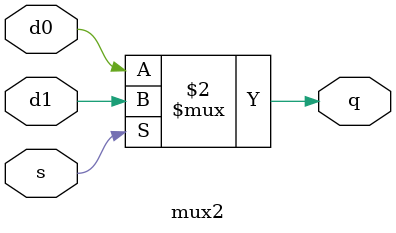
<source format=v>
`timescale 1ns / 1ps


module mux2(
    input d0,
    input d1,
    input s,
    output q
    );
    assign q = (s==1) ? d1 : d0;
endmodule

</source>
